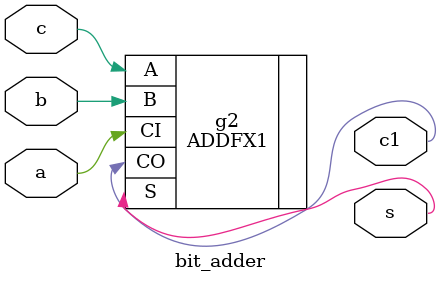
<source format=v>


// Verification Directory fv/bit_adder 

module bit_adder(a, b, c, s, c1);
  input a, b, c;
  output s, c1;
  wire a, b, c;
  wire s, c1;
  ADDFX1 g2(.A (c), .B (b), .CI (a), .CO (c1), .S (s));
endmodule


</source>
